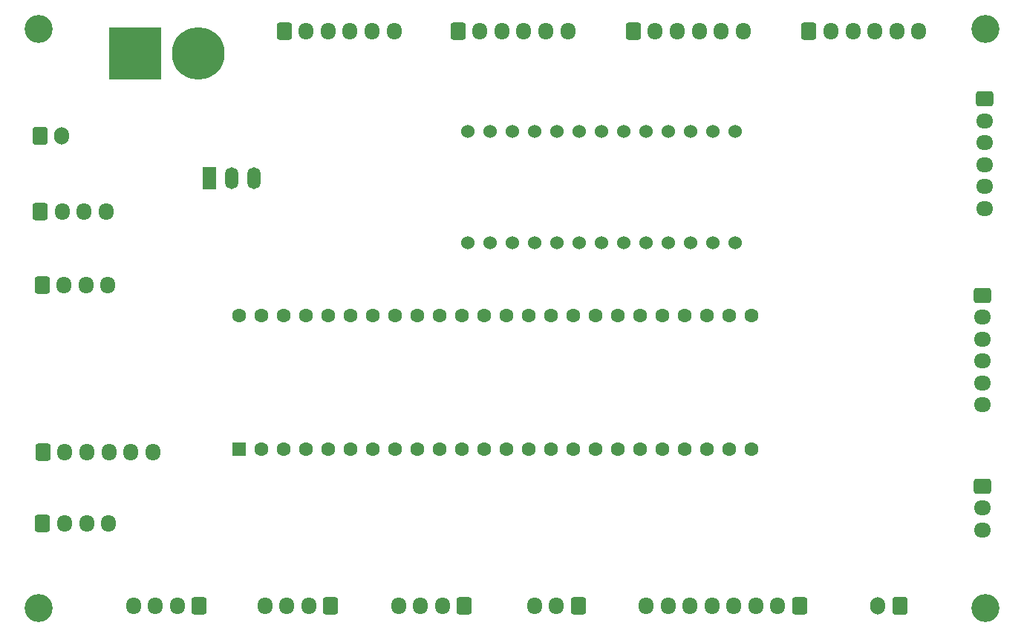
<source format=gbr>
%TF.GenerationSoftware,KiCad,Pcbnew,7.0.5-7.0.5~ubuntu20.04.1*%
%TF.CreationDate,2023-07-11T16:02:30+02:00*%
%TF.ProjectId,drone_launcher,64726f6e-655f-46c6-9175-6e636865722e,V1.0*%
%TF.SameCoordinates,Original*%
%TF.FileFunction,Soldermask,Bot*%
%TF.FilePolarity,Negative*%
%FSLAX46Y46*%
G04 Gerber Fmt 4.6, Leading zero omitted, Abs format (unit mm)*
G04 Created by KiCad (PCBNEW 7.0.5-7.0.5~ubuntu20.04.1) date 2023-07-11 16:02:30*
%MOMM*%
%LPD*%
G01*
G04 APERTURE LIST*
G04 Aperture macros list*
%AMRoundRect*
0 Rectangle with rounded corners*
0 $1 Rounding radius*
0 $2 $3 $4 $5 $6 $7 $8 $9 X,Y pos of 4 corners*
0 Add a 4 corners polygon primitive as box body*
4,1,4,$2,$3,$4,$5,$6,$7,$8,$9,$2,$3,0*
0 Add four circle primitives for the rounded corners*
1,1,$1+$1,$2,$3*
1,1,$1+$1,$4,$5*
1,1,$1+$1,$6,$7*
1,1,$1+$1,$8,$9*
0 Add four rect primitives between the rounded corners*
20,1,$1+$1,$2,$3,$4,$5,0*
20,1,$1+$1,$4,$5,$6,$7,0*
20,1,$1+$1,$6,$7,$8,$9,0*
20,1,$1+$1,$8,$9,$2,$3,0*%
G04 Aperture macros list end*
%ADD10RoundRect,0.250000X-0.725000X0.600000X-0.725000X-0.600000X0.725000X-0.600000X0.725000X0.600000X0*%
%ADD11O,1.950000X1.700000*%
%ADD12RoundRect,0.250000X-0.600000X-0.725000X0.600000X-0.725000X0.600000X0.725000X-0.600000X0.725000X0*%
%ADD13O,1.700000X1.950000*%
%ADD14C,3.200000*%
%ADD15C,1.524000*%
%ADD16RoundRect,0.250000X0.600000X0.725000X-0.600000X0.725000X-0.600000X-0.725000X0.600000X-0.725000X0*%
%ADD17R,1.500000X2.500000*%
%ADD18O,1.500000X2.500000*%
%ADD19C,6.000000*%
%ADD20R,6.000000X6.000000*%
%ADD21R,1.600000X1.600000*%
%ADD22C,1.600000*%
%ADD23RoundRect,0.250000X-0.600000X-0.750000X0.600000X-0.750000X0.600000X0.750000X-0.600000X0.750000X0*%
%ADD24O,1.700000X2.000000*%
%ADD25RoundRect,0.250000X0.600000X0.750000X-0.600000X0.750000X-0.600000X-0.750000X0.600000X-0.750000X0*%
G04 APERTURE END LIST*
D10*
%TO.C,J7*%
X203217000Y-115864000D03*
D11*
X203217000Y-118364000D03*
X203217000Y-120864000D03*
%TD*%
D12*
%TO.C,J14*%
X143456000Y-64008000D03*
D13*
X145956000Y-64008000D03*
X148456000Y-64008000D03*
X150956000Y-64008000D03*
X153456000Y-64008000D03*
X155956000Y-64008000D03*
%TD*%
D14*
%TO.C,MH2*%
X203606000Y-63748000D03*
%TD*%
D12*
%TO.C,J11*%
X96012000Y-92964000D03*
D13*
X98512000Y-92964000D03*
X101012000Y-92964000D03*
X103512000Y-92964000D03*
%TD*%
D15*
%TO.C,U3*%
X144526000Y-88138000D03*
X147066000Y-88138000D03*
X149606000Y-88138000D03*
X152146000Y-88138000D03*
X154686000Y-88138000D03*
X157226000Y-88138000D03*
X159766000Y-88138000D03*
X162306000Y-88138000D03*
X164846000Y-88138000D03*
X167386000Y-88138000D03*
X169926000Y-88138000D03*
X172466000Y-88138000D03*
X175006000Y-88138000D03*
X144526000Y-75438000D03*
X147066000Y-75438000D03*
X149606000Y-75438000D03*
X152146000Y-75438000D03*
X154686000Y-75438000D03*
X157226000Y-75438000D03*
X159766000Y-75438000D03*
X162306000Y-75438000D03*
X164846000Y-75438000D03*
X167386000Y-75438000D03*
X169926000Y-75438000D03*
X172466000Y-75438000D03*
X175006000Y-75438000D03*
%TD*%
D16*
%TO.C,J2*%
X128912000Y-129540000D03*
D13*
X126412000Y-129540000D03*
X123912000Y-129540000D03*
X121412000Y-129540000D03*
%TD*%
D17*
%TO.C,U1*%
X115062000Y-80772000D03*
D18*
X117602000Y-80772000D03*
X120142000Y-80772000D03*
%TD*%
D14*
%TO.C,MH1*%
X95606000Y-63748000D03*
%TD*%
D10*
%TO.C,J18*%
X203200000Y-94100000D03*
D11*
X203200000Y-96600000D03*
X203200000Y-99100000D03*
X203200000Y-101600000D03*
X203200000Y-104100000D03*
X203200000Y-106600000D03*
%TD*%
D16*
%TO.C,J1*%
X113926000Y-129540000D03*
D13*
X111426000Y-129540000D03*
X108926000Y-129540000D03*
X106426000Y-129540000D03*
%TD*%
D12*
%TO.C,J10*%
X95798000Y-84582000D03*
D13*
X98298000Y-84582000D03*
X100798000Y-84582000D03*
X103298000Y-84582000D03*
%TD*%
D12*
%TO.C,J19*%
X96132000Y-112014000D03*
D13*
X98632000Y-112014000D03*
X101132000Y-112014000D03*
X103632000Y-112014000D03*
X106132000Y-112014000D03*
X108632000Y-112014000D03*
%TD*%
D10*
%TO.C,J17*%
X203454000Y-71708000D03*
D11*
X203454000Y-74208000D03*
X203454000Y-76708000D03*
X203454000Y-79208000D03*
X203454000Y-81708000D03*
X203454000Y-84208000D03*
%TD*%
D12*
%TO.C,J8*%
X96092000Y-120142000D03*
D13*
X98592000Y-120142000D03*
X101092000Y-120142000D03*
X103592000Y-120142000D03*
%TD*%
D16*
%TO.C,J4*%
X157146000Y-129540000D03*
D13*
X154646000Y-129540000D03*
X152146000Y-129540000D03*
%TD*%
D19*
%TO.C,J20*%
X113836000Y-66548000D03*
D20*
X106636000Y-66548000D03*
%TD*%
D14*
%TO.C,MH3*%
X95606000Y-129748000D03*
%TD*%
D12*
%TO.C,J15*%
X163442000Y-64008000D03*
D13*
X165942000Y-64008000D03*
X168442000Y-64008000D03*
X170942000Y-64008000D03*
X173442000Y-64008000D03*
X175942000Y-64008000D03*
%TD*%
D12*
%TO.C,J13*%
X123644000Y-64008000D03*
D13*
X126144000Y-64008000D03*
X128644000Y-64008000D03*
X131144000Y-64008000D03*
X133644000Y-64008000D03*
X136144000Y-64008000D03*
%TD*%
D12*
%TO.C,J16*%
X183468000Y-64008000D03*
D13*
X185968000Y-64008000D03*
X188468000Y-64008000D03*
X190968000Y-64008000D03*
X193468000Y-64008000D03*
X195968000Y-64008000D03*
%TD*%
D16*
%TO.C,J3*%
X144152000Y-129540000D03*
D13*
X141652000Y-129540000D03*
X139152000Y-129540000D03*
X136652000Y-129540000D03*
%TD*%
D21*
%TO.C,U2*%
X118491000Y-111633000D03*
D22*
X121031000Y-111633000D03*
X123571000Y-111633000D03*
X126111000Y-111633000D03*
X128651000Y-111633000D03*
X131191000Y-111633000D03*
X133731000Y-111633000D03*
X136271000Y-111633000D03*
X138811000Y-111633000D03*
X141351000Y-111633000D03*
X143891000Y-111633000D03*
X146431000Y-111633000D03*
X148971000Y-111633000D03*
X151511000Y-111633000D03*
X154051000Y-111633000D03*
X156591000Y-111633000D03*
X159131000Y-111633000D03*
X161671000Y-111633000D03*
X164211000Y-111633000D03*
X166751000Y-111633000D03*
X169291000Y-111633000D03*
X171831000Y-111633000D03*
X174371000Y-111633000D03*
X176911000Y-111633000D03*
X176911000Y-96393000D03*
X174371000Y-96393000D03*
X171831000Y-96393000D03*
X169291000Y-96393000D03*
X166751000Y-96393000D03*
X164211000Y-96393000D03*
X161671000Y-96393000D03*
X159131000Y-96393000D03*
X156591000Y-96393000D03*
X154051000Y-96393000D03*
X151511000Y-96393000D03*
X148971000Y-96393000D03*
X146431000Y-96393000D03*
X143891000Y-96393000D03*
X141351000Y-96393000D03*
X138811000Y-96393000D03*
X136271000Y-96393000D03*
X133731000Y-96393000D03*
X131191000Y-96393000D03*
X128651000Y-96393000D03*
X126111000Y-96393000D03*
X123571000Y-96393000D03*
X121031000Y-96393000D03*
X118491000Y-96393000D03*
%TD*%
D14*
%TO.C,MH4*%
X203606000Y-129748000D03*
%TD*%
D23*
%TO.C,J9*%
X95758000Y-75946000D03*
D24*
X98258000Y-75946000D03*
%TD*%
D16*
%TO.C,J5*%
X182386000Y-129540000D03*
D13*
X179886000Y-129540000D03*
X177386000Y-129540000D03*
X174886000Y-129540000D03*
X172386000Y-129540000D03*
X169886000Y-129540000D03*
X167386000Y-129540000D03*
X164886000Y-129540000D03*
%TD*%
D25*
%TO.C,J6*%
X193802000Y-129540000D03*
D24*
X191302000Y-129540000D03*
%TD*%
M02*

</source>
